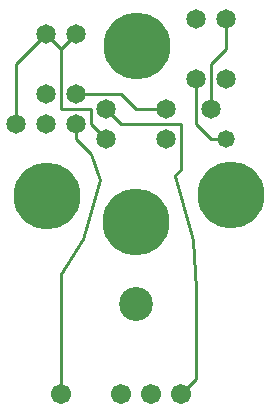
<source format=gtl>
%MOIN*%
%FSLAX25Y25*%
G04 D10 used for Character Trace; *
G04     Circle (OD=.01000) (No hole)*
G04 D11 used for Power Trace; *
G04     Circle (OD=.06700) (No hole)*
G04 D12 used for Signal Trace; *
G04     Circle (OD=.01100) (No hole)*
G04 D13 used for Via; *
G04     Circle (OD=.05800) (Round. Hole ID=.02800)*
G04 D14 used for Component hole; *
G04     Circle (OD=.06500) (Round. Hole ID=.03500)*
G04 D15 used for Component hole; *
G04     Circle (OD=.06700) (Round. Hole ID=.04300)*
G04 D16 used for Component hole; *
G04     Circle (OD=.08100) (Round. Hole ID=.05100)*
G04 D17 used for Component hole; *
G04     Circle (OD=.08900) (Round. Hole ID=.05900)*
G04 D18 used for Component hole; *
G04     Circle (OD=.11300) (Round. Hole ID=.08300)*
G04 D19 used for Component hole; *
G04     Circle (OD=.16000) (Round. Hole ID=.13000)*
G04 D20 used for Component hole; *
G04     Circle (OD=.18300) (Round. Hole ID=.15300)*
G04 D21 used for Component hole; *
G04     Circle (OD=.22291) (Round. Hole ID=.19291)*
%ADD10C,.01000*%
%ADD11C,.06700*%
%ADD12C,.01100*%
%ADD13C,.05800*%
%ADD14C,.06500*%
%ADD15C,.06700*%
%ADD16C,.08100*%
%ADD17C,.08900*%
%ADD18C,.11300*%
%ADD19C,.16000*%
%ADD20C,.18300*%
%ADD21C,.22291*%
%IPPOS*%
%LPD*%
G90*X0Y0D02*D15*X20000Y10000D03*D12*Y50000D01*D18*
X45000Y40000D03*D21*X15400Y75900D03*              
X44900Y67400D03*D15*X60000Y10000D03*D12*          
X65000Y15000D01*Y45000D01*D21*X76700Y76500D03*D15*
X40000Y10000D03*X50000D03*D12*X60000Y85000D02*    
Y100000D01*X40000D01*X35000Y105000D01*D14*D03*D12*
X45000D02*X40000Y110000D01*X45000Y105000D02*      
X55000D01*D14*D03*X65000Y115000D03*D12*Y100000D01*
X70000Y95000D01*X75000D01*D13*D03*D14*            
X70000Y105000D03*D12*Y120000D01*X75000Y125000D01* 
Y135000D01*D14*D03*X65000D03*X75000Y115000D03*D21*
X45300Y126100D03*D12*X25000Y110000D02*X40000D01*  
D14*X25000D03*D12*X30000Y100000D02*Y105000D01*    
X35000Y95000D02*X30000Y100000D01*D14*             
X35000Y95000D03*D12*X30000Y90000D02*              
X25000Y95000D01*Y100000D01*D14*D03*D12*           
X20000Y105000D02*X30000D01*X20000D02*Y125000D01*  
X25000Y130000D01*D14*D03*D12*X20000Y125000D02*    
X15000Y130000D01*D14*D03*D12*X5000Y120000D01*     
Y100000D01*D14*D03*X15000Y110000D03*Y100000D03*   
X55000Y95000D03*D10*X57766Y82550D02*              
X63833Y61350D01*X60000Y85000D02*X57766Y82550D01*  
X65000Y45000D02*X63833Y61350D01*X27316Y61816D02*  
X32983Y81483D01*X20000Y50000D02*X27316Y61816D01*  
X30000Y90000D02*X32983Y81483D01*M02*              

</source>
